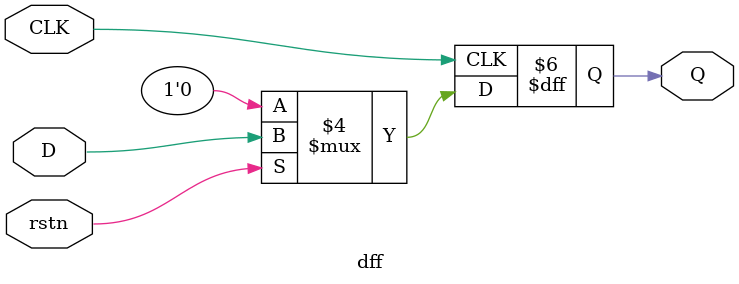
<source format=v>
`timescale 1ns / 1ps


module dff(input CLK,
    input rstn,
    input D,
    output reg Q
    );
    always @(posedge CLK) begin
        if(!rstn) 
            Q <= 0;
        else
            Q <= D;
    end
endmodule

</source>
